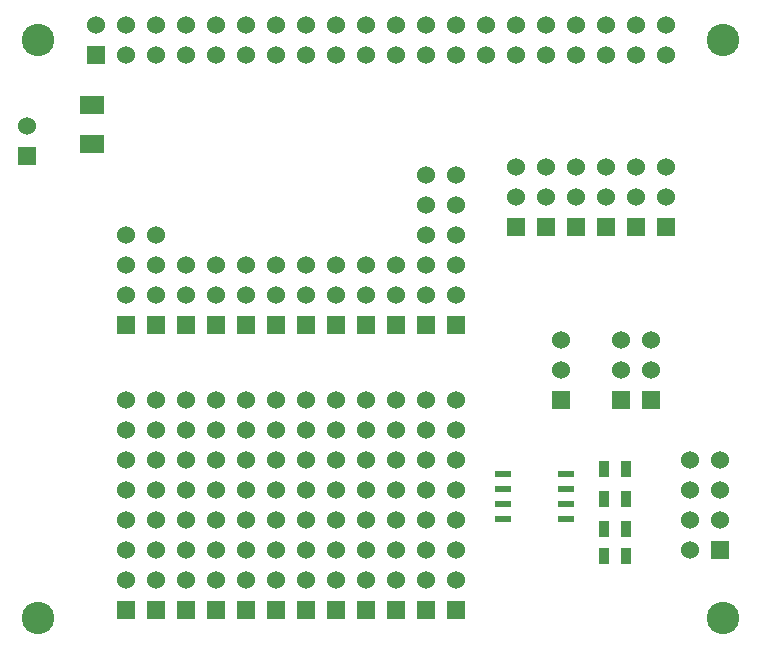
<source format=gts>
G04 (created by PCBNEW (2013-05-31 BZR 4019)-stable) date 8/17/2014 9:53:35 PM*
%MOIN*%
G04 Gerber Fmt 3.4, Leading zero omitted, Abs format*
%FSLAX34Y34*%
G01*
G70*
G90*
G04 APERTURE LIST*
%ADD10C,0.00590551*%
%ADD11R,0.06X0.06*%
%ADD12C,0.06*%
%ADD13R,0.08X0.06*%
%ADD14R,0.035X0.055*%
%ADD15R,0.0551X0.0236*%
%ADD16C,0.108268*%
G04 APERTURE END LIST*
G54D10*
G54D11*
X5295Y-10877D03*
G54D12*
X5295Y-9877D03*
X5295Y-8877D03*
X5295Y-7877D03*
G54D11*
X7295Y-10877D03*
G54D12*
X7295Y-9877D03*
X7295Y-8877D03*
G54D11*
X9295Y-10877D03*
G54D12*
X9295Y-9877D03*
X9295Y-8877D03*
G54D11*
X11295Y-10877D03*
G54D12*
X11295Y-9877D03*
X11295Y-8877D03*
G54D11*
X13295Y-10877D03*
G54D12*
X13295Y-9877D03*
X13295Y-8877D03*
G54D11*
X10295Y-10877D03*
G54D12*
X10295Y-9877D03*
X10295Y-8877D03*
G54D11*
X12295Y-10877D03*
G54D12*
X12295Y-9877D03*
X12295Y-8877D03*
G54D11*
X15295Y-10877D03*
G54D12*
X15295Y-9877D03*
X15295Y-8877D03*
X15295Y-7877D03*
X15295Y-6877D03*
X15295Y-5877D03*
G54D11*
X4295Y-10877D03*
G54D12*
X4295Y-9877D03*
X4295Y-8877D03*
X4295Y-7877D03*
G54D11*
X8295Y-10877D03*
G54D12*
X8295Y-9877D03*
X8295Y-8877D03*
G54D11*
X14295Y-10877D03*
G54D12*
X14295Y-9877D03*
X14295Y-8877D03*
X14295Y-7877D03*
X14295Y-6877D03*
X14295Y-5877D03*
G54D13*
X3150Y-3550D03*
X3150Y-4850D03*
G54D11*
X17295Y-7627D03*
G54D12*
X17295Y-6627D03*
X17295Y-5627D03*
G54D11*
X18295Y-7627D03*
G54D12*
X18295Y-6627D03*
X18295Y-5627D03*
G54D11*
X19295Y-7627D03*
G54D12*
X19295Y-6627D03*
X19295Y-5627D03*
G54D11*
X20295Y-7627D03*
G54D12*
X20295Y-6627D03*
X20295Y-5627D03*
G54D11*
X21295Y-7627D03*
G54D12*
X21295Y-6627D03*
X21295Y-5627D03*
G54D11*
X18795Y-13377D03*
G54D12*
X18795Y-12377D03*
X18795Y-11377D03*
G54D11*
X20795Y-13377D03*
G54D12*
X20795Y-12377D03*
X20795Y-11377D03*
G54D11*
X21795Y-13377D03*
G54D12*
X21795Y-12377D03*
X21795Y-11377D03*
G54D11*
X22295Y-7627D03*
G54D12*
X22295Y-6627D03*
X22295Y-5627D03*
G54D11*
X3295Y-1877D03*
G54D12*
X3295Y-877D03*
X8295Y-1877D03*
X4295Y-877D03*
X9295Y-1877D03*
X5295Y-877D03*
X10295Y-1877D03*
X6295Y-877D03*
X11295Y-1877D03*
X7295Y-877D03*
X12295Y-1877D03*
X8295Y-877D03*
X13295Y-1877D03*
X9295Y-877D03*
X14295Y-1877D03*
X10295Y-877D03*
X15295Y-1877D03*
X11295Y-877D03*
X16295Y-1877D03*
X12295Y-877D03*
X17295Y-1877D03*
X13295Y-877D03*
X18295Y-1877D03*
X14295Y-877D03*
X15295Y-877D03*
X19295Y-1877D03*
X16295Y-877D03*
X18295Y-877D03*
X19295Y-877D03*
X20295Y-877D03*
X21295Y-877D03*
X20295Y-1877D03*
X21295Y-1877D03*
X4295Y-1877D03*
X5295Y-1877D03*
X6295Y-1877D03*
X7295Y-1877D03*
X22295Y-1877D03*
X22295Y-877D03*
X17295Y-877D03*
G54D11*
X6295Y-10877D03*
G54D12*
X6295Y-9877D03*
X6295Y-8877D03*
X4295Y-15377D03*
X4295Y-16377D03*
G54D11*
X4295Y-20377D03*
G54D12*
X4295Y-19377D03*
X4295Y-18377D03*
X4295Y-17377D03*
X4295Y-14377D03*
X4295Y-13377D03*
X5295Y-15377D03*
X5295Y-16377D03*
G54D11*
X5295Y-20377D03*
G54D12*
X5295Y-19377D03*
X5295Y-18377D03*
X5295Y-17377D03*
X5295Y-14377D03*
X5295Y-13377D03*
X6295Y-15377D03*
X6295Y-16377D03*
G54D11*
X6295Y-20377D03*
G54D12*
X6295Y-19377D03*
X6295Y-18377D03*
X6295Y-17377D03*
X6295Y-14377D03*
X6295Y-13377D03*
X7295Y-15377D03*
X7295Y-16377D03*
G54D11*
X7295Y-20377D03*
G54D12*
X7295Y-19377D03*
X7295Y-18377D03*
X7295Y-17377D03*
X7295Y-14377D03*
X7295Y-13377D03*
X8295Y-15377D03*
X8295Y-16377D03*
G54D11*
X8295Y-20377D03*
G54D12*
X8295Y-19377D03*
X8295Y-18377D03*
X8295Y-17377D03*
X8295Y-14377D03*
X8295Y-13377D03*
X9295Y-15377D03*
X9295Y-16377D03*
G54D11*
X9295Y-20377D03*
G54D12*
X9295Y-19377D03*
X9295Y-18377D03*
X9295Y-17377D03*
X9295Y-14377D03*
X9295Y-13377D03*
X10295Y-15377D03*
X10295Y-16377D03*
G54D11*
X10295Y-20377D03*
G54D12*
X10295Y-19377D03*
X10295Y-18377D03*
X10295Y-17377D03*
X10295Y-14377D03*
X10295Y-13377D03*
X11295Y-15377D03*
X11295Y-16377D03*
G54D11*
X11295Y-20377D03*
G54D12*
X11295Y-19377D03*
X11295Y-18377D03*
X11295Y-17377D03*
X11295Y-14377D03*
X11295Y-13377D03*
X12295Y-15377D03*
X12295Y-16377D03*
G54D11*
X12295Y-20377D03*
G54D12*
X12295Y-19377D03*
X12295Y-18377D03*
X12295Y-17377D03*
X12295Y-14377D03*
X12295Y-13377D03*
X13295Y-15377D03*
X13295Y-16377D03*
G54D11*
X13295Y-20377D03*
G54D12*
X13295Y-19377D03*
X13295Y-18377D03*
X13295Y-17377D03*
X13295Y-14377D03*
X13295Y-13377D03*
X14295Y-15377D03*
X14295Y-16377D03*
G54D11*
X14295Y-20377D03*
G54D12*
X14295Y-19377D03*
X14295Y-18377D03*
X14295Y-17377D03*
X14295Y-14377D03*
X14295Y-13377D03*
X15295Y-15377D03*
X15295Y-16377D03*
G54D11*
X15295Y-20377D03*
G54D12*
X15295Y-19377D03*
X15295Y-18377D03*
X15295Y-17377D03*
X15295Y-14377D03*
X15295Y-13377D03*
G54D14*
X20975Y-15700D03*
X20225Y-15700D03*
X20975Y-17700D03*
X20225Y-17700D03*
X20975Y-18600D03*
X20225Y-18600D03*
X20975Y-16700D03*
X20225Y-16700D03*
G54D15*
X16850Y-17350D03*
X18950Y-17350D03*
X16850Y-16850D03*
X16850Y-16350D03*
X16850Y-15850D03*
X18950Y-16850D03*
X18950Y-16350D03*
X18950Y-15850D03*
G54D11*
X24100Y-18400D03*
G54D12*
X23100Y-18400D03*
X24100Y-17400D03*
X23100Y-17400D03*
X24100Y-16400D03*
X23100Y-16400D03*
X24100Y-15400D03*
X23100Y-15400D03*
G54D11*
X1000Y-5250D03*
G54D12*
X1000Y-4250D03*
G54D16*
X24212Y-20669D03*
X1377Y-20669D03*
X24212Y-1377D03*
X1377Y-1377D03*
M02*

</source>
